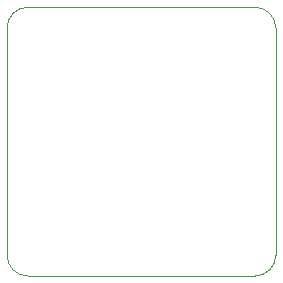
<source format=gm1>
%TF.GenerationSoftware,KiCad,Pcbnew,(5.1.9)-1*%
%TF.CreationDate,2022-09-16T17:22:16+02:00*%
%TF.ProjectId,increment,696e6372-656d-4656-9e74-2e6b69636164,rev?*%
%TF.SameCoordinates,Original*%
%TF.FileFunction,Profile,NP*%
%FSLAX46Y46*%
G04 Gerber Fmt 4.6, Leading zero omitted, Abs format (unit mm)*
G04 Created by KiCad (PCBNEW (5.1.9)-1) date 2022-09-16 17:22:16*
%MOMM*%
%LPD*%
G01*
G04 APERTURE LIST*
%TA.AperFunction,Profile*%
%ADD10C,0.050000*%
%TD*%
G04 APERTURE END LIST*
D10*
X166250000Y-106750000D02*
G75*
G02*
X164500000Y-108500000I-1750000J0D01*
G01*
X164500000Y-85750000D02*
G75*
G02*
X166250000Y-87500000I0J-1750000D01*
G01*
X143500000Y-87500000D02*
G75*
G02*
X145250000Y-85750000I1750000J0D01*
G01*
X145250000Y-108500000D02*
G75*
G02*
X143500000Y-106750000I0J1750000D01*
G01*
X143500000Y-87500000D02*
X143500000Y-106750000D01*
X164500000Y-85750000D02*
X145250000Y-85750000D01*
X166250000Y-106750000D02*
X166250000Y-87500000D01*
X145250000Y-108500000D02*
X164500000Y-108500000D01*
M02*

</source>
